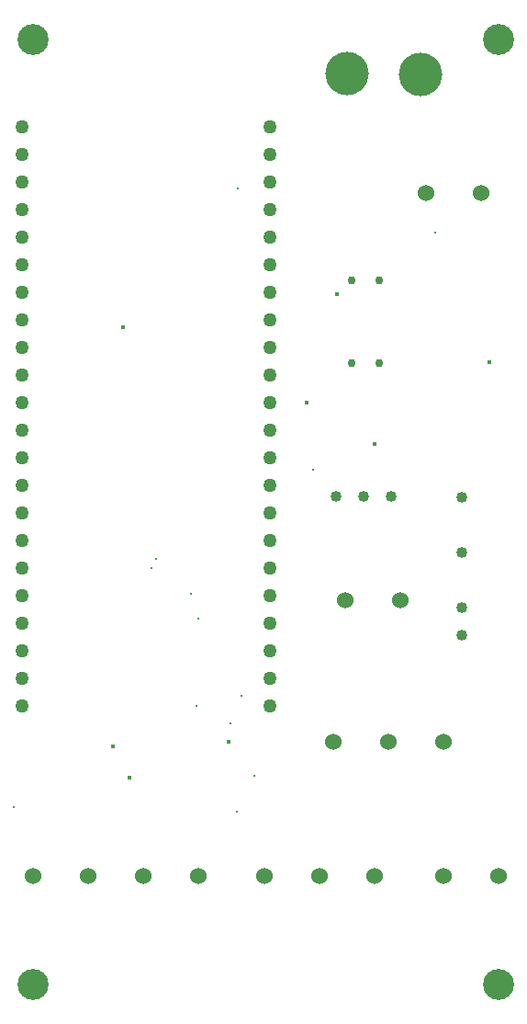
<source format=gbr>
G04 PROTEUS GERBER X2 FILE*
%TF.GenerationSoftware,Labcenter,Proteus,8.13-SP0-Build31525*%
%TF.CreationDate,2024-05-12T14:24:26+00:00*%
%TF.FileFunction,Plated,1,2,PTH*%
%TF.FilePolarity,Positive*%
%TF.Part,Single*%
%TF.SameCoordinates,{a0f7e056-3ba2-47e4-9380-b7f19c802b0c}*%
%FSLAX45Y45*%
%MOMM*%
G01*
%TA.AperFunction,ViaDrill*%
%ADD56C,0.381000*%
%ADD57C,0.300000*%
%TA.AperFunction,ComponentDrill*%
%ADD58C,1.270000*%
%TA.AperFunction,ComponentDrill*%
%ADD59C,1.524000*%
%ADD60C,1.016000*%
%ADD61C,0.762000*%
%TA.AperFunction,OtherDrill,Unknown*%
%ADD62C,2.844800*%
%ADD63C,4.000000*%
%TD.AperFunction*%
D56*
X-812800Y-749300D03*
X+255689Y-708030D03*
X-718519Y+3112161D03*
X-660400Y-1041400D03*
X+978136Y+2419115D03*
X+1254478Y+3412772D03*
D57*
X+343914Y+4387682D03*
X+372000Y-287618D03*
X+498696Y-1020847D03*
X-38100Y-378149D03*
X+1034748Y+1799670D03*
X+2162934Y+3979719D03*
X-1720032Y-1307778D03*
D56*
X+2664554Y+2791493D03*
X+1606898Y+2031712D03*
D57*
X+335742Y-1353970D03*
X+272000Y-540000D03*
X-454756Y+892212D03*
X-20000Y+430000D03*
X-89391Y+655133D03*
X-412927Y+978669D03*
D58*
X-1651000Y+4953000D03*
X-1651000Y+4699000D03*
X-1651000Y+4445000D03*
X-1651000Y+4191000D03*
X-1651000Y+3937000D03*
X-1651000Y+3683000D03*
X-1651000Y+3429000D03*
X-1651000Y+3175000D03*
X-1651000Y+2921000D03*
X-1651000Y+2667000D03*
X-1651000Y+2413000D03*
X-1651000Y+2159000D03*
X-1651000Y+1905000D03*
X-1651000Y+1651000D03*
X-1651000Y+1397000D03*
X-1651000Y+1143000D03*
X-1651000Y+889000D03*
X-1651000Y+635000D03*
X-1651000Y+381000D03*
X-1651000Y+127000D03*
X-1651000Y-127000D03*
X-1651000Y-381000D03*
X+635000Y-381000D03*
X+635000Y-127000D03*
X+635000Y+127000D03*
X+635000Y+381000D03*
X+635000Y+635000D03*
X+635000Y+889000D03*
X+635000Y+1143000D03*
X+635000Y+1397000D03*
X+635000Y+1651000D03*
X+635000Y+1905000D03*
X+635000Y+2159000D03*
X+635000Y+2413000D03*
X+635000Y+2667000D03*
X+635000Y+2921000D03*
X+635000Y+3175000D03*
X+635000Y+3429000D03*
X+635000Y+3683000D03*
X+635000Y+3937000D03*
X+635000Y+4191000D03*
X+635000Y+4445000D03*
X+635000Y+4699000D03*
X+635000Y+4953000D03*
D59*
X-20700Y-1943100D03*
X-528700Y-1943100D03*
X-1036700Y-1943100D03*
X-1544700Y-1943100D03*
X+2747900Y-1943100D03*
X+2239900Y-1943100D03*
D60*
X+2409500Y+272100D03*
X+2409500Y+526100D03*
X+2409500Y+1034100D03*
X+2409500Y+1542100D03*
D59*
X+584200Y-1943100D03*
X+1092200Y-1943100D03*
X+1600200Y-1943100D03*
X+2080300Y+4346100D03*
X+2588300Y+4346100D03*
X+1333500Y+596900D03*
X+1841500Y+596900D03*
D60*
X+1244600Y+1549400D03*
X+1498600Y+1549400D03*
X+1752600Y+1549400D03*
D61*
X+1393550Y+2777850D03*
X+1647550Y+2777850D03*
X+1647550Y+3539850D03*
X+1393550Y+3539850D03*
D62*
X-1550000Y+5760000D03*
X+2750000Y+5760000D03*
X-1550000Y-2940000D03*
X+2750000Y-2940000D03*
D63*
X+2030000Y+5440000D03*
X+1350000Y+5450000D03*
D59*
X+1220000Y-710000D03*
X+1728000Y-710000D03*
X+2236000Y-710000D03*
M02*

</source>
